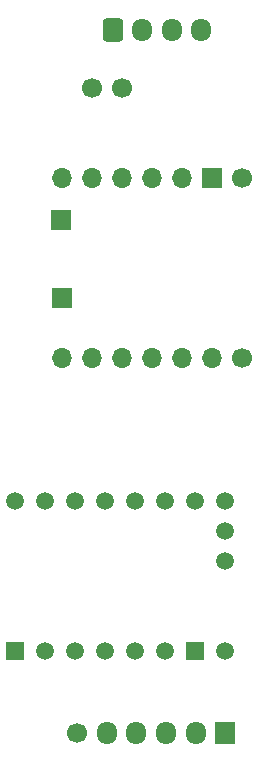
<source format=gbr>
%TF.GenerationSoftware,KiCad,Pcbnew,9.0.0*%
%TF.CreationDate,2025-04-12T21:57:36+03:00*%
%TF.ProjectId,kikad,6b696b61-642e-46b6-9963-61645f706362,rev?*%
%TF.SameCoordinates,Original*%
%TF.FileFunction,Soldermask,Bot*%
%TF.FilePolarity,Negative*%
%FSLAX46Y46*%
G04 Gerber Fmt 4.6, Leading zero omitted, Abs format (unit mm)*
G04 Created by KiCad (PCBNEW 9.0.0) date 2025-04-12 21:57:36*
%MOMM*%
%LPD*%
G01*
G04 APERTURE LIST*
G04 Aperture macros list*
%AMRoundRect*
0 Rectangle with rounded corners*
0 $1 Rounding radius*
0 $2 $3 $4 $5 $6 $7 $8 $9 X,Y pos of 4 corners*
0 Add a 4 corners polygon primitive as box body*
4,1,4,$2,$3,$4,$5,$6,$7,$8,$9,$2,$3,0*
0 Add four circle primitives for the rounded corners*
1,1,$1+$1,$2,$3*
1,1,$1+$1,$4,$5*
1,1,$1+$1,$6,$7*
1,1,$1+$1,$8,$9*
0 Add four rect primitives between the rounded corners*
20,1,$1+$1,$2,$3,$4,$5,0*
20,1,$1+$1,$4,$5,$6,$7,0*
20,1,$1+$1,$6,$7,$8,$9,0*
20,1,$1+$1,$8,$9,$2,$3,0*%
G04 Aperture macros list end*
%ADD10R,1.508000X1.508000*%
%ADD11C,1.508000*%
%ADD12C,1.700000*%
%ADD13R,1.700000X1.700000*%
%ADD14O,1.700000X1.700000*%
%ADD15RoundRect,0.250000X-0.600000X-0.725000X0.600000X-0.725000X0.600000X0.725000X-0.600000X0.725000X0*%
%ADD16O,1.700000X1.950000*%
%ADD17R,1.700000X1.950000*%
G04 APERTURE END LIST*
D10*
%TO.C,U1*%
X166220000Y-108585000D03*
D11*
X168760000Y-108585000D03*
X171300000Y-108585000D03*
X173840000Y-108585000D03*
X176380000Y-108585000D03*
X178920000Y-108585000D03*
D10*
X181460000Y-108585000D03*
D11*
X184000000Y-108585000D03*
X166220000Y-95885000D03*
X168760000Y-95885000D03*
X171300000Y-95885000D03*
X173840000Y-95885000D03*
X176380000Y-95885000D03*
X178920000Y-95885000D03*
X181460000Y-95885000D03*
X184000000Y-95885000D03*
X184000000Y-100965000D03*
X184000000Y-98425000D03*
%TD*%
D12*
%TO.C,REF\u002A\u002A*%
X175260000Y-60960000D03*
%TD*%
%TO.C,REF\u002A\u002A*%
X172720000Y-60960000D03*
%TD*%
D13*
%TO.C,REF\u002A\u002A*%
X170080000Y-72140000D03*
%TD*%
%TO.C,REF\u002A\u002A*%
X170180000Y-78740000D03*
%TD*%
D14*
%TO.C,U2*%
X170180000Y-68580000D03*
D12*
X185420000Y-83820000D03*
D14*
X182880000Y-83820000D03*
X180340000Y-83820000D03*
X177800000Y-83820000D03*
X175260000Y-83820000D03*
X172720000Y-83820000D03*
X170180000Y-83820000D03*
X172720000Y-68580000D03*
X175260000Y-68580000D03*
X177800000Y-68580000D03*
X180340000Y-68580000D03*
D13*
X182880000Y-68580000D03*
D12*
X185420000Y-68580000D03*
%TD*%
D15*
%TO.C,J1*%
X174500000Y-56000000D03*
D16*
X177000000Y-56000000D03*
X179500000Y-56000000D03*
X182000000Y-56000000D03*
%TD*%
D12*
%TO.C,J2*%
X171500000Y-115570000D03*
D16*
X174000000Y-115570000D03*
X176500000Y-115570000D03*
X179000000Y-115570000D03*
X181500000Y-115570000D03*
D17*
X184000000Y-115570000D03*
%TD*%
M02*

</source>
